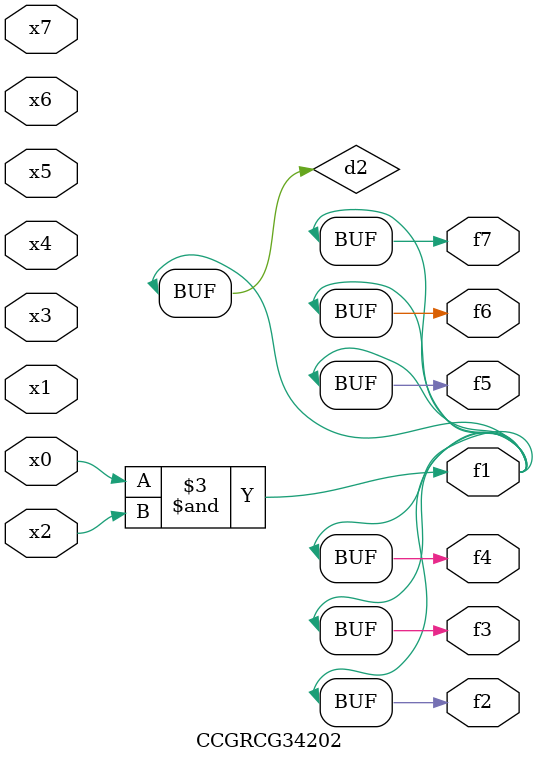
<source format=v>
module CCGRCG34202(
	input x0, x1, x2, x3, x4, x5, x6, x7,
	output f1, f2, f3, f4, f5, f6, f7
);

	wire d1, d2;

	nor (d1, x3, x6);
	and (d2, x0, x2);
	assign f1 = d2;
	assign f2 = d2;
	assign f3 = d2;
	assign f4 = d2;
	assign f5 = d2;
	assign f6 = d2;
	assign f7 = d2;
endmodule

</source>
